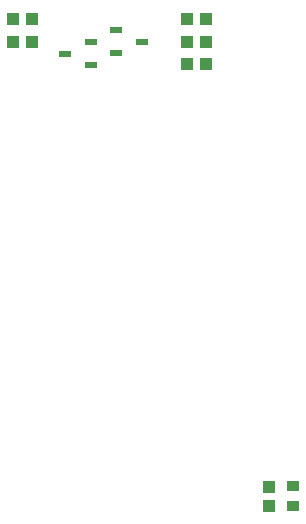
<source format=gtp>
G04 Layer: TopPasteMaskLayer*
G04 Panelize: , Column: 2, Row: 2, Board Size: 58.42mm x 58.42mm, Panelized Board Size: 118.84mm x 118.84mm*
G04 EasyEDA v6.5.34, 2023-09-05 23:31:59*
G04 3ff1d21ffa584fb08a1032706516b83c,5a6b42c53f6a479593ecc07194224c93,10*
G04 Gerber Generator version 0.2*
G04 Scale: 100 percent, Rotated: No, Reflected: No *
G04 Dimensions in millimeters *
G04 leading zeros omitted , absolute positions ,4 integer and 5 decimal *
%FSLAX45Y45*%
%MOMM*%

%AMMACRO1*21,1,$1,$2,0,0,$3*%
%ADD10MACRO1,0.532X1.0375X90.0000*%
%ADD11R,1.0000X1.1000*%
%ADD12R,1.0000X0.8999*%
%ADD13R,1.1000X1.0000*%
%ADD14MACRO1,0.532X1.0375X-90.0000*%

%LPD*%
D10*
G01*
X3869325Y5264400D03*
G01*
X3869325Y5454399D03*
G01*
X3649074Y5359400D03*
D11*
G01*
X4842509Y5461000D03*
G01*
X4682515Y5461000D03*
G01*
X4842509Y5651500D03*
G01*
X4682515Y5651500D03*
G01*
X3369309Y5461000D03*
G01*
X3209315Y5461000D03*
G01*
X3369309Y5651500D03*
G01*
X3209315Y5651500D03*
G01*
X4682490Y5270500D03*
G01*
X4842484Y5270500D03*
D12*
G01*
X5575300Y1697913D03*
G01*
X5575300Y1527911D03*
D13*
G01*
X5372100Y1692910D03*
G01*
X5372100Y1532915D03*
D14*
G01*
X4080874Y5555999D03*
G01*
X4080874Y5366000D03*
G01*
X4301125Y5461000D03*
M02*

</source>
